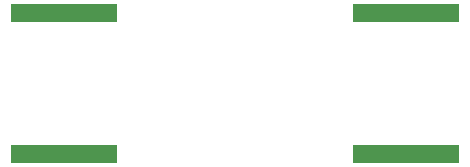
<source format=gbp>
G04*
G04 #@! TF.GenerationSoftware,Altium Limited,Altium Designer,20.0.12 (288)*
G04*
G04 Layer_Color=128*
%FSLAX25Y25*%
%MOIN*%
G70*
G01*
G75*
%ADD62R,0.35500X0.06000*%
D62*
X132959Y167170D02*
D03*
Y120170D02*
D03*
X246837Y120169D02*
D03*
Y167169D02*
D03*
M02*

</source>
